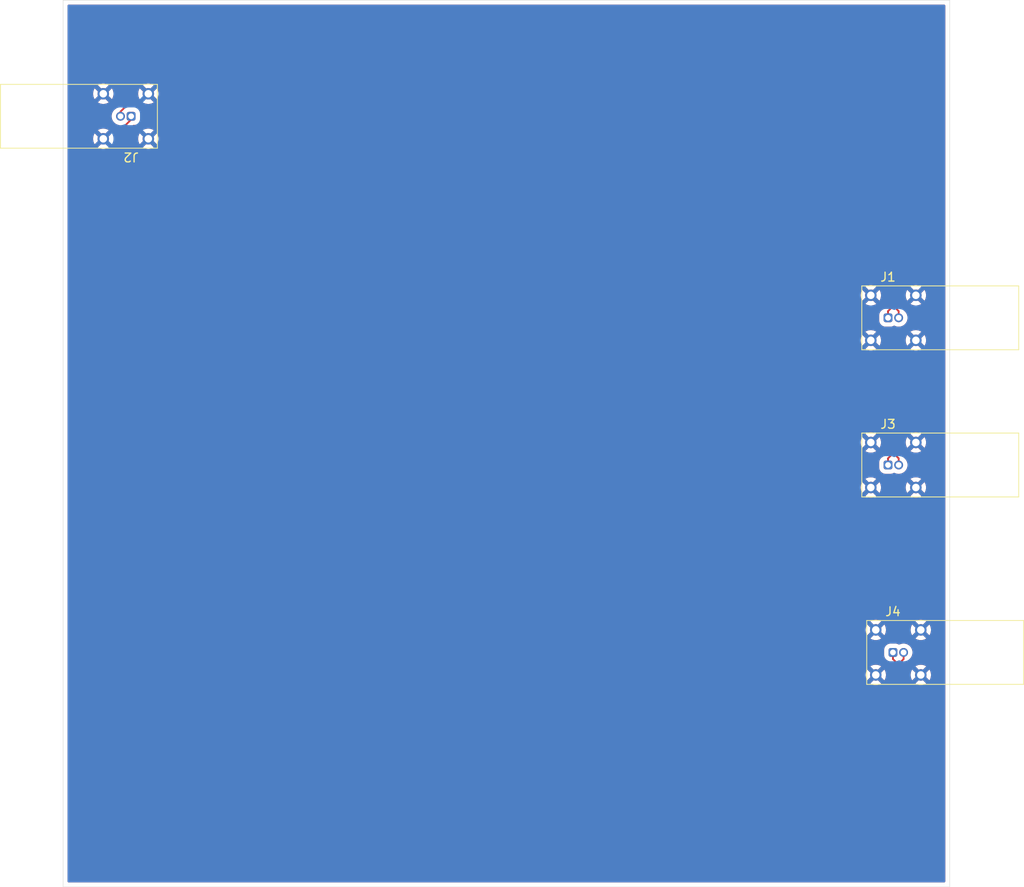
<source format=kicad_pcb>
(kicad_pcb (version 20241229) (generator "pcbnew") (generator_version "9.0")
  (layers (0 "F.Cu" signal) (2 "B.Cu" signal) (13 "F.Paste" user) (15 "B.Paste" user) (5 "F.SilkS" user "F.Silkscreen") (7 "B.SilkS" user "B.Silkscreen") (1 "F.Mask" user) (3 "B.Mask" user) (25 "Edge.Cuts" user))
  (net 0 "")
  (net 1 "GND")
  (net 2 "/lane_2_P")
  (net 3 "/lane_2_N")
  (net 4 "/lane_1_P")
  (net 5 "/lane_1_N")
  (footprint "Connector_Coaxial:LEMO-EPG.00.302.NLN" (layer "F.Cu") (at 108.04 50.82)
    (property "Reference" "J1" (at 0 -4.6 0) (layer "F.SilkS"))
    (property "Value" "Conn_Coaxial_x2")
    (fp_line (start -2.96 -3.6) (end -2.96 3.6) (stroke (width 0.1)) (layer "F.SilkS"))
    (fp_line (start -2.96 3.6) (end 14.74 3.6) (stroke (width 0.1)) (layer "F.SilkS"))
    (fp_line (start 14.74 -3.6) (end -2.96 -3.6) (stroke (width 0.1)) (layer "F.SilkS"))
    (fp_line (start 14.74 3.6) (end 14.74 -3.6) (stroke (width 0.1)) (layer "F.SilkS"))
    (pad "1" thru_hole roundrect (at 0 0) (size 1 1) (drill 0.65) (layers "*.Cu" "*.Mask") (net 2 "/lane_2_P"))
    (pad "2" thru_hole circle (at 1.2 0) (size 1 1) (drill 0.65) (layers "*.Cu" "*.Mask") (net 3 "/lane_2_N"))
    (pad "3" thru_hole circle (at -1.94 -2.54) (size 1.3 1.3) (drill 0.85) (layers "*.Cu" "*.Mask") (net 1 "GND"))
    (pad "3" thru_hole circle (at -1.94 2.54) (size 1.3 1.3) (drill 0.85) (layers "*.Cu" "*.Mask") (net 1 "GND"))
    (pad "3" thru_hole circle (at 3.14 -2.54) (size 1.3 1.3) (drill 0.85) (layers "*.Cu" "*.Mask") (net 1 "GND"))
    (pad "3" thru_hole circle (at 3.14 2.54) (size 1.3 1.3) (drill 0.85) (layers "*.Cu" "*.Mask") (net 1 "GND"))
  )
  (footprint "Connector_Coaxial:LEMO-EPG.00.302.NLN" (layer "F.Cu") (at 108.5975 88.56)
    (property "Reference" "J4" (at 0 -4.6 0) (layer "F.SilkS"))
    (property "Value" "Conn_Coaxial_x2")
    (fp_line (start -2.96 -3.6) (end -2.96 3.6) (stroke (width 0.1)) (layer "F.SilkS"))
    (fp_line (start -2.96 3.6) (end 14.74 3.6) (stroke (width 0.1)) (layer "F.SilkS"))
    (fp_line (start 14.74 -3.6) (end -2.96 -3.6) (stroke (width 0.1)) (layer "F.SilkS"))
    (fp_line (start 14.74 3.6) (end 14.74 -3.6) (stroke (width 0.1)) (layer "F.SilkS"))
    (pad "1" thru_hole roundrect (at 0 0) (size 1 1) (drill 0.65) (layers "*.Cu" "*.Mask") (net 4 "/lane_1_P"))
    (pad "2" thru_hole circle (at 1.2 0) (size 1 1) (drill 0.65) (layers "*.Cu" "*.Mask") (net 5 "/lane_1_N"))
    (pad "3" thru_hole circle (at -1.94 -2.54) (size 1.3 1.3) (drill 0.85) (layers "*.Cu" "*.Mask") (net 1 "GND"))
    (pad "3" thru_hole circle (at -1.94 2.54) (size 1.3 1.3) (drill 0.85) (layers "*.Cu" "*.Mask") (net 1 "GND"))
    (pad "3" thru_hole circle (at 3.14 -2.54) (size 1.3 1.3) (drill 0.85) (layers "*.Cu" "*.Mask") (net 1 "GND"))
    (pad "3" thru_hole circle (at 3.14 2.54) (size 1.3 1.3) (drill 0.85) (layers "*.Cu" "*.Mask") (net 1 "GND"))
  )
  (footprint "Connector_Coaxial:LEMO-EPG.00.302.NLN" (layer "F.Cu") (at 108.04 67.42)
    (property "Reference" "J3" (at 0 -4.6 0) (layer "F.SilkS"))
    (property "Value" "Conn_Coaxial_x2")
    (fp_line (start -2.96 -3.6) (end -2.96 3.6) (stroke (width 0.1)) (layer "F.SilkS"))
    (fp_line (start -2.96 3.6) (end 14.74 3.6) (stroke (width 0.1)) (layer "F.SilkS"))
    (fp_line (start 14.74 -3.6) (end -2.96 -3.6) (stroke (width 0.1)) (layer "F.SilkS"))
    (fp_line (start 14.74 3.6) (end 14.74 -3.6) (stroke (width 0.1)) (layer "F.SilkS"))
    (pad "1" thru_hole roundrect (at 0 0) (size 1 1) (drill 0.65) (layers "*.Cu" "*.Mask") (net 4 "/lane_1_P"))
    (pad "2" thru_hole circle (at 1.2 0) (size 1 1) (drill 0.65) (layers "*.Cu" "*.Mask") (net 5 "/lane_1_N"))
    (pad "3" thru_hole circle (at -1.94 -2.54) (size 1.3 1.3) (drill 0.85) (layers "*.Cu" "*.Mask") (net 1 "GND"))
    (pad "3" thru_hole circle (at -1.94 2.54) (size 1.3 1.3) (drill 0.85) (layers "*.Cu" "*.Mask") (net 1 "GND"))
    (pad "3" thru_hole circle (at 3.14 -2.54) (size 1.3 1.3) (drill 0.85) (layers "*.Cu" "*.Mask") (net 1 "GND"))
    (pad "3" thru_hole circle (at 3.14 2.54) (size 1.3 1.3) (drill 0.85) (layers "*.Cu" "*.Mask") (net 1 "GND"))
  )
  (footprint "Connector_Coaxial:LEMO-EPG.00.302.NLN" (layer "F.Cu") (at 22.6725 28.09 180)
    (property "Reference" "J2" (at 0 -4.6 180) (layer "F.SilkS"))
    (property "Value" "Conn_Coaxial_x2")
    (fp_line (start 14.74 3.6) (end 14.74 -3.6) (stroke (width 0.1)) (layer "F.SilkS"))
    (fp_line (start 14.74 -3.6) (end -2.96 -3.6) (stroke (width 0.1)) (layer "F.SilkS"))
    (fp_line (start -2.96 3.6) (end 14.74 3.6) (stroke (width 0.1)) (layer "F.SilkS"))
    (fp_line (start -2.96 -3.6) (end -2.96 3.6) (stroke (width 0.1)) (layer "F.SilkS"))
    (pad "1" thru_hole roundrect (at 0 0 180) (size 1 1) (drill 0.65) (layers "*.Cu" "*.Mask") (net 2 "/lane_2_P"))
    (pad "2" thru_hole circle (at 1.2 0 180) (size 1 1) (drill 0.65) (layers "*.Cu" "*.Mask") (net 3 "/lane_2_N"))
    (pad "3" thru_hole circle (at -1.94 -2.54 180) (size 1.3 1.3) (drill 0.85) (layers "*.Cu" "*.Mask") (net 1 "GND"))
    (pad "3" thru_hole circle (at -1.94 2.54 180) (size 1.3 1.3) (drill 0.85) (layers "*.Cu" "*.Mask") (net 1 "GND"))
    (pad "3" thru_hole circle (at 3.14 -2.54 180) (size 1.3 1.3) (drill 0.85) (layers "*.Cu" "*.Mask") (net 1 "GND"))
    (pad "3" thru_hole circle (at 3.14 2.54 180) (size 1.3 1.3) (drill 0.85) (layers "*.Cu" "*.Mask") (net 1 "GND"))
  )
  (gr_rect (start 15 15) (end 115 115) (stroke (width 0.05)) (fill no) (layer "Edge.Cuts"))
  (segment (start 47.148787 40.295452) (end 47.348787 40.295452) (width 0.2) (layer "F.Cu") (net 2))
  (segment (start 20.935 31.39879) (end 20.935 31.51879) (width 0.2) (layer "F.Cu") (net 2))
  (segment (start 21.175 32.95879) (end 21.695 32.95879) (width 0.2) (layer "F.Cu") (net 2))
  (segment (start 46.523787 39.205) (end 46.523787 39.670452) (width 0.2) (layer "F.Cu") (net 2))
  (segment (start 46.523787 38.289548) (end 46.523787 38.58) (width 0.2) (layer "F.Cu") (net 2))
  (segment (start 50.523787 38.289548) (end 50.523787 38.755) (width 0.2) (layer "F.Cu") (net 2))
  (segment (start 53.348787 39.205) (end 74.213279 39.205) (width 0.2) (layer "F.Cu") (net 2))
  (segment (start 21.695 32.35879) (end 21.175 32.35879) (width 0.2) (layer "F.Cu") (net 2))
  (segment (start 50.148787 38.114548) (end 50.348787 38.114548) (width 0.2) (layer "F.Cu") (net 2))
  (segment (start 45.973787 38.58) (end 45.973787 38.289548) (width 0.2) (layer "F.Cu") (net 2))
  (segment (start 102.403908 39.912106) (end 108.415 45.923198) (width 0.2) (layer "F.Cu") (net 2))
  (segment (start 47.973787 39.670452) (end 47.973787 39.205) (width 0.2) (layer "F.Cu") (net 2))
  (segment (start 22.6725 28.09) (end 22.6725 28.4575) (width 0.2) (layer "F.Cu") (net 2))
  (segment (start 49.973787 39.670452) (end 49.973787 39.205) (width 0.2) (layer "F.Cu") (net 2))
  (segment (start 21.695 31.15879) (end 21.175 31.15879) (width 0.2) (layer "F.Cu") (net 2))
  (segment (start 108.415 45.923198) (end 108.415 49.694999) (width 0.2) (layer "F.Cu") (net 2))
  (segment (start 50.523787 39.205) (end 50.523787 39.670449) (width 0.2) (layer "F.Cu") (net 2))
  (segment (start 108.04 50.069999) (end 108.04 50.82) (width 0.2) (layer "F.Cu") (net 2))
  (segment (start 49.973787 38.755) (end 49.973787 38.289548) (width 0.2) (layer "F.Cu") (net 2))
  (segment (start 21.935 34.063198) (end 22.337023 34.465221) (width 0.2) (layer "F.Cu") (net 2))
  (segment (start 51.973787 39.205) (end 51.973787 38.58) (width 0.2) (layer "F.Cu") (net 2))
  (segment (start 48.148787 38.114548) (end 48.348787 38.114548) (width 0.2) (layer "F.Cu") (net 2))
  (segment (start 52.523787 38.289548) (end 52.523787 38.58) (width 0.2) (layer "F.Cu") (net 2))
  (segment (start 21.935 31.99879) (end 21.935 32.11879) (width 0.2) (layer "F.Cu") (net 2))
  (segment (start 50.523787 38.755) (end 50.523787 39.205) (width 0.2) (layer "F.Cu") (net 2))
  (segment (start 21.935 33.19879) (end 21.935 33.31879) (width 0.2) (layer "F.Cu") (net 2))
  (segment (start 48.523787 39.205) (end 48.523787 39.670452) (width 0.2) (layer "F.Cu") (net 2))
  (segment (start 21.695 29.95879) (end 21.175 29.95879) (width 0.2) (layer "F.Cu") (net 2))
  (segment (start 100.696802 39.205) (end 74.213279 39.205) (width 0.2) (layer "F.Cu") (net 2))
  (segment (start 52.148787 38.114548) (end 52.348787 38.114548) (width 0.2) (layer "F.Cu") (net 2))
  (segment (start 47.973787 38.755) (end 47.973787 38.289548) (width 0.2) (layer "F.Cu") (net 2))
  (segment (start 46.523787 38.58) (end 46.523787 39.205) (width 0.2) (layer "F.Cu") (net 2))
  (segment (start 48.523787 38.289548) (end 48.523787 38.755) (width 0.2) (layer "F.Cu") (net 2))
  (segment (start 51.148787 40.295449) (end 51.348787 40.295449) (width 0.2) (layer "F.Cu") (net 2))
  (segment (start 49.973787 39.205) (end 49.973787 38.755) (width 0.2) (layer "F.Cu") (net 2))
  (segment (start 51.973787 39.670449) (end 51.973787 39.205) (width 0.2) (layer "F.Cu") (net 2))
  (segment (start 20.935 32.59879) (end 20.935 32.71879) (width 0.2) (layer "F.Cu") (net 2))
  (segment (start 48.523787 38.755) (end 48.523787 39.205) (width 0.2) (layer "F.Cu") (net 2))
  (segment (start 49.148787 40.295452) (end 49.348787 40.295452) (width 0.2) (layer "F.Cu") (net 2))
  (segment (start 46.148787 38.114548) (end 46.348787 38.114548) (width 0.2) (layer "F.Cu") (net 2))
  (segment (start 20.935 30.19879) (end 20.935 30.31879) (width 0.2) (layer "F.Cu") (net 2))
  (segment (start 53.148787 39.205) (end 53.348787 39.205) (width 0.2) (layer "F.Cu") (net 2))
  (segment (start 22.6725 28.4575) (end 21.935 29.195) (width 0.2) (layer "F.Cu") (net 2))
  (segment (start 21.175 31.75879) (end 21.695 31.75879) (width 0.2) (layer "F.Cu") (net 2))
  (segment (start 22.337023 34.465221) (end 27.076802 39.205) (width 0.2) (layer "F.Cu") (net 2))
  (segment (start 51.973787 38.58) (end 51.973787 38.289548) (width 0.2) (layer "F.Cu") (net 2))
  (segment (start 21.175 30.55879) (end 21.695 30.55879) (width 0.2) (layer "F.Cu") (net 2))
  (segment (start 108.415 49.694999) (end 108.04 50.069999) (width 0.2) (layer "F.Cu") (net 2))
  (segment (start 21.935 30.79879) (end 21.935 30.91879) (width 0.2) (layer "F.Cu") (net 2))
  (segment (start 21.935 29.195) (end 21.935 29.71879) (width 0.2) (layer "F.Cu") (net 2))
  (segment (start 21.935 33.31879) (end 21.935 34.063198) (width 0.2) (layer "F.Cu") (net 2))
  (segment (start 47.973787 39.205) (end 47.973787 38.755) (width 0.2) (layer "F.Cu") (net 2))
  (segment (start 27.076802 39.205) (end 45.348787 39.205) (width 0.2) (layer "F.Cu") (net 2))
  (arc (start 48.348787 38.114548) (mid 48.472531 38.165804) (end 48.523787 38.289548) (width 0.2) (layer "F.Cu") (net 2))
  (arc (start 51.348787 40.295449) (mid 51.790729 40.112391) (end 51.973787 39.670449) (width 0.2) (layer "F.Cu") (net 2))
  (arc (start 21.695 32.95879) (mid 21.864706 33.029084) (end 21.935 33.19879) (width 0.2) (layer "F.Cu") (net 2))
  (arc (start 21.175 29.95879) (mid 21.005294 30.029084) (end 20.935 30.19879) (width 0.2) (layer "F.Cu") (net 2))
  (arc (start 21.175 31.15879) (mid 21.005294 31.229084) (end 20.935 31.39879) (width 0.2) (layer "F.Cu") (net 2))
  (arc (start 50.348787 38.114548) (mid 50.472531 38.165804) (end 50.523787 38.289548) (width 0.2) (layer "F.Cu") (net 2))
  (arc (start 21.935 29.71879) (mid 21.864706 29.888496) (end 21.695 29.95879) (width 0.2) (layer "F.Cu") (net 2))
  (arc (start 51.973787 38.289548) (mid 52.025043 38.165804) (end 52.148787 38.114548) (width 0.2) (layer "F.Cu") (net 2))
  (arc (start 21.935 30.91879) (mid 21.864706 31.088496) (end 21.695 31.15879) (width 0.2) (layer "F.Cu") (net 2))
  (arc (start 49.348787 40.295452) (mid 49.790729 40.112394) (end 49.973787 39.670452) (width 0.2) (layer "F.Cu") (net 2))
  (arc (start 21.175 32.35879) (mid 21.005294 32.429084) (end 20.935 32.59879) (width 0.2) (layer "F.Cu") (net 2))
  (arc (start 45.973787 38.289548) (mid 46.025043 38.165804) (end 46.148787 38.114548) (width 0.2) (layer "F.Cu") (net 2))
  (arc (start 45.348787 39.205) (mid 45.790729 39.021942) (end 45.973787 38.58) (width 0.2) (layer "F.Cu") (net 2))
  (arc (start 20.935 30.31879) (mid 21.005294 30.488496) (end 21.175 30.55879) (width 0.2) (layer "F.Cu") (net 2))
  (arc (start 46.523787 39.670452) (mid 46.706845 40.112394) (end 47.148787 40.295452) (width 0.2) (layer "F.Cu") (net 2))
  (arc (start 50.523787 39.670449) (mid 50.706845 40.112391) (end 51.148787 40.295449) (width 0.2) (layer "F.Cu") (net 2))
  (arc (start 100.696802 39.205) (mid 101.62068 39.38877) (end 102.403907 39.912106) (width 0.2) (layer "F.Cu") (net 2))
  (arc (start 48.523787 39.670452) (mid 48.706845 40.112394) (end 49.148787 40.295452) (width 0.2) (layer "F.Cu") (net 2))
  (arc (start 21.695 31.75879) (mid 21.864706 31.829084) (end 21.935 31.99879) (width 0.2) (layer "F.Cu") (net 2))
  (arc (start 52.523787 38.58) (mid 52.706845 39.021942) (end 53.148787 39.205) (width 0.2) (layer "F.Cu") (net 2))
  (arc (start 20.935 31.51879) (mid 21.005294 31.688496) (end 21.175 31.75879) (width 0.2) (layer "F.Cu") (net 2))
  (arc (start 49.973787 38.289548) (mid 50.025043 38.165804) (end 50.148787 38.114548) (width 0.2) (layer "F.Cu") (net 2))
  (arc (start 47.973787 38.289548) (mid 48.025043 38.165804) (end 48.148787 38.114548) (width 0.2) (layer "F.Cu") (net 2))
  (arc (start 46.348787 38.114548) (mid 46.472531 38.165804) (end 46.523787 38.289548) (width 0.2) (layer "F.Cu") (net 2))
  (arc (start 20.935 32.71879) (mid 21.005294 32.888496) (end 21.175 32.95879) (width 0.2) (layer "F.Cu") (net 2))
  (arc (start 21.695 30.55879) (mid 21.864706 30.629084) (end 21.935 30.79879) (width 0.2) (layer "F.Cu") (net 2))
  (arc (start 52.348787 38.114548) (mid 52.472531 38.165804) (end 52.523787 38.289548) (width 0.2) (layer "F.Cu") (net 2))
  (arc (start 47.348787 40.295452) (mid 47.790729 40.112394) (end 47.973787 39.670452) (width 0.2) (layer "F.Cu") (net 2))
  (arc (start 21.935 32.11879) (mid 21.864706 32.288496) (end 21.695 32.35879) (width 0.2) (layer "F.Cu") (net 2))
  (segment (start 50.973787 38.755) (end 50.973787 39.205) (width 0.2) (layer "F.Cu") (net 3))
  (segment (start 50.973787 38.289548) (end 50.973787 38.755) (width 0.2) (layer "F.Cu") (net 3))
  (segment (start 23.19 26.8) (end 23.9 27.51) (width 0.2) (layer "F.Cu") (net 3))
  (segment (start 22.95 29.16) (end 22.385 29.725) (width 0.2) (layer "F.Cu") (net 3))
  (segment (start 51.148787 39.845449) (end 51.348787 39.845449) (width 0.2) (layer "F.Cu") (net 3))
  (segment (start 48.973787 38.755) (end 48.973787 39.205) (width 0.2) (layer "F.Cu") (net 3))
  (segment (start 100.883198 38.755) (end 74.213279 38.755) (width 0.2) (layer "F.Cu") (net 3))
  (segment (start 49.523787 38.755) (end 49.523787 38.289548) (width 0.2) (layer "F.Cu") (net 3))
  (segment (start 45.523787 38.58) (end 45.523787 38.289548) (width 0.2) (layer "F.Cu") (net 3))
  (segment (start 52.148787 37.664548) (end 52.348787 37.664548) (width 0.2) (layer "F.Cu") (net 3))
  (segment (start 108.865 49.694999) (end 109.24 50.069999) (width 0.2) (layer "F.Cu") (net 3))
  (segment (start 47.523787 39.205) (end 47.523787 38.755) (width 0.2) (layer "F.Cu") (net 3))
  (segment (start 50.973787 39.205) (end 50.973787 39.670449) (width 0.2) (layer "F.Cu") (net 3))
  (segment (start 51.523787 39.670449) (end 51.523787 39.205) (width 0.2) (layer "F.Cu") (net 3))
  (segment (start 46.973787 38.289548) (end 46.973787 38.58) (width 0.2) (layer "F.Cu") (net 3))
  (segment (start 48.973787 39.205) (end 48.973787 39.670452) (width 0.2) (layer "F.Cu") (net 3))
  (segment (start 49.523787 39.670452) (end 49.523787 39.205) (width 0.2) (layer "F.Cu") (net 3))
  (segment (start 21.4725 27.5675) (end 22.24 26.8) (width 0.2) (layer "F.Cu") (net 3))
  (segment (start 22.24 26.8) (end 23.19 26.8) (width 0.2) (layer "F.Cu") (net 3))
  (segment (start 46.973787 39.205) (end 46.973787 39.670452) (width 0.2) (layer "F.Cu") (net 3))
  (segment (start 50.148787 37.664548) (end 50.348787 37.664548) (width 0.2) (layer "F.Cu") (net 3))
  (segment (start 47.148787 39.845452) (end 47.348787 39.845452) (width 0.2) (layer "F.Cu") (net 3))
  (segment (start 22.385 29.725) (end 22.385 33.876802) (width 0.2) (layer "F.Cu") (net 3))
  (segment (start 51.523787 39.205) (end 51.523787 38.58) (width 0.2) (layer "F.Cu") (net 3))
  (segment (start 53.348787 38.755) (end 74.213279 38.755) (width 0.2) (layer "F.Cu") (net 3))
  (segment (start 48.973787 38.289548) (end 48.973787 38.755) (width 0.2) (layer "F.Cu") (net 3))
  (segment (start 46.148787 37.664548) (end 46.348787 37.664548) (width 0.2) (layer "F.Cu") (net 3))
  (segment (start 46.973787 38.58) (end 46.973787 39.205) (width 0.2) (layer "F.Cu") (net 3))
  (segment (start 53.148787 38.755) (end 53.348787 38.755) (width 0.2) (layer "F.Cu") (net 3))
  (segment (start 27.263198 38.755) (end 45.348787 38.755) (width 0.2) (layer "F.Cu") (net 3))
  (segment (start 48.148787 37.664548) (end 48.348787 37.664548) (width 0.2) (layer "F.Cu") (net 3))
  (segment (start 47.523787 38.755) (end 47.523787 38.289548) (width 0.2) (layer "F.Cu") (net 3))
  (segment (start 23.9 27.51) (end 23.9 28.71) (width 0.2) (layer "F.Cu") (net 3))
  (segment (start 47.523787 39.670452) (end 47.523787 39.205) (width 0.2) (layer "F.Cu") (net 3))
  (segment (start 108.865 45.736802) (end 108.865 49.694999) (width 0.2) (layer "F.Cu") (net 3))
  (segment (start 23.45 29.16) (end 22.95 29.16) (width 0.2) (layer "F.Cu") (net 3))
  (segment (start 49.148787 39.845452) (end 49.348787 39.845452) (width 0.2) (layer "F.Cu") (net 3))
  (segment (start 102.590304 39.462106) (end 108.865 45.736802) (width 0.2) (layer "F.Cu") (net 3))
  (segment (start 23.9 28.71) (end 23.45 29.16) (width 0.2) (layer "F.Cu") (net 3))
  (segment (start 22.385 33.876802) (end 27.263198 38.755) (width 0.2) (layer "F.Cu") (net 3))
  (segment (start 52.973787 38.289548) (end 52.973787 38.58) (width 0.2) (layer "F.Cu") (net 3))
  (segment (start 21.4725 28.09) (end 21.4725 27.5675) (width 0.2) (layer "F.Cu") (net 3))
  (segment (start 109.24 50.069999) (end 109.24 50.82) (width 0.2) (layer "F.Cu") (net 3))
  (segment (start 51.523787 38.58) (end 51.523787 38.289548) (width 0.2) (layer "F.Cu") (net 3))
  (segment (start 49.523787 39.205) (end 49.523787 38.755) (width 0.2) (layer "F.Cu") (net 3))
  (arc (start 49.523787 38.289548) (mid 49.706845 37.847606) (end 50.148787 37.664548) (width 0.2) (layer "F.Cu") (net 3))
  (arc (start 47.348787 39.845452) (mid 47.472531 39.794196) (end 47.523787 39.670452) (width 0.2) (layer "F.Cu") (net 3))
  (arc (start 45.348787 38.755) (mid 45.472531 38.703744) (end 45.523787 38.58) (width 0.2) (layer "F.Cu") (net 3))
  (arc (start 46.973787 39.670452) (mid 47.025043 39.794196) (end 47.148787 39.845452) (width 0.2) (layer "F.Cu") (net 3))
  (arc (start 49.348787 39.845452) (mid 49.472531 39.794196) (end 49.523787 39.670452) (width 0.2) (layer "F.Cu") (net 3))
  (arc (start 50.973787 39.670449) (mid 51.025043 39.794193) (end 51.148787 39.845449) (width 0.2) (layer "F.Cu") (net 3))
  (arc (start 48.973787 39.670452) (mid 49.025043 39.794196) (end 49.148787 39.845452) (width 0.2) (layer "F.Cu") (net 3))
  (arc (start 47.523787 38.289548) (mid 47.706845 37.847606) (end 48.148787 37.664548) (width 0.2) (layer "F.Cu") (net 3))
  (arc (start 51.348787 39.845449) (mid 51.472531 39.794193) (end 51.523787 39.670449) (width 0.2) (layer "F.Cu") (net 3))
  (arc (start 102.590304 39.462106) (mid 101.807077 38.93877) (end 100.883198 38.754999) (width 0.2) (layer "F.Cu") (net 3))
  (arc (start 45.523787 38.289548) (mid 45.706845 37.847606) (end 46.148787 37.664548) (width 0.2) (layer "F.Cu") (net 3))
  (arc (start 48.348787 37.664548) (mid 48.790729 37.847606) (end 48.973787 38.289548) (width 0.2) (layer "F.Cu") (net 3))
  (arc (start 52.973787 38.58) (mid 53.025043 38.703744) (end 53.148787 38.755) (width 0.2) (layer "F.Cu") (net 3))
  (arc (start 50.348787 37.664548) (mid 50.790729 37.847606) (end 50.973787 38.289548) (width 0.2) (layer "F.Cu") (net 3))
  (arc (start 52.348787 37.664548) (mid 52.790729 37.847606) (end 52.973787 38.289548) (width 0.2) (layer "F.Cu") (net 3))
  (arc (start 46.348787 37.664548) (mid 46.790729 37.847606) (end 46.973787 38.289548) (width 0.2) (layer "F.Cu") (net 3))
  (arc (start 51.523787 38.289548) (mid 51.706845 37.847606) (end 52.148787 37.664548) (width 0.2) (layer "F.Cu") (net 3))
  (segment (start 82.263758 82.418681) (end 82.263758 81.629923) (width 0.2) (layer "F.Cu") (net 4))
  (segment (start 84.686242 80.418681) (end 84.686242 79.629923) (width 0.2) (layer "F.Cu") (net 4))
  (segment (start 100.252427 97.75455) (end 100.252427 97.375) (width 0.2) (layer "F.Cu") (net 4))
  (segment (start 88.515699 90.964504) (end 87.957982 90.406787) (width 0.2) (layer "F.Cu") (net 4))
  (segment (start 90.91588 95.39588) (end 91.074979 95.236781) (width 0.2) (layer "F.Cu") (net 4))
  (segment (start 88.246549 92.408351) (end 88.515699 92.1392) (width 0.2) (layer "F.Cu") (net 4))
  (segment (start 82.645472 85.249302) (end 83.025 85.249302) (width 0.2) (layer "F.Cu") (net 4))
  (segment (start 86.355035 90.835036) (end 86.355036 90.835036) (width 0.2) (layer "F.Cu") (net 4))
  (segment (start 107.500595 94.395459) (end 107.415742 94.480311) (width 0.2) (layer "F.Cu") (net 4))
  (segment (start 97.802427 96.925) (end 97.802427 97.529576) (width 0.2) (layer "F.Cu") (net 4))
  (segment (start 82.644379 77.249302) (end 83.025 77.249302) (width 0.2) (layer "F.Cu") (net 4))
  (segment (start 89.611692 93.23524) (end 89.342565 93.504366) (width 0.2) (layer "F.Cu") (net 4))
  (segment (start 85.39079 91.262518) (end 84.831539 90.703267) (width 0.2) (layer "F.Cu") (net 4))
  (segment (start 108.9725 89.685001) (end 108.9725 92.719575) (width 0.2) (layer "F.Cu") (net 4))
  (segment (start 83.855621 82.799302) (end 83.475 82.799302) (width 0.2) (layer "F.Cu") (net 4))
  (segment (start 83.025 81.249302) (end 83.475 81.249302) (width 0.2) (layer "F.Cu") (net 4))
  (segment (start 92.763198 96.925) (end 92.763197 96.924998) (width 0.2) (layer "F.Cu") (net 4))
  (segment (start 84.686242 84.418681) (end 84.686242 83.629923) (width 0.2) (layer "F.Cu") (net 4))
  (segment (start 91.344106 93.793004) (end 90.786342 93.23524) (width 0.2) (layer "F.Cu") (net 4))
  (segment (start 87.928348 92.726547) (end 88.087447 92.567448) (width 0.2) (layer "F.Cu") (net 4))
  (segment (start 100.252427 97.375) (end 100.252427 96.925) (width 0.2) (layer "F.Cu") (net 4))
  (segment (start 99.421806 95.713758) (end 98.633048 95.713758) (width 0.2) (layer "F.Cu") (net 4))
  (segment (start 108.020938 93.199575) (end 108.020938 93.319575) (width 0.2) (layer "F.Cu") (net 4))
  (segment (start 86.086653 91.103418) (end 85.927554 91.262517) (width 0.2) (layer "F.Cu") (net 4))
  (segment (start 89.183466 93.663466) (end 89.024366 93.822565) (width 0.2) (layer "F.Cu") (net 4))
  (segment (start 86.694891 61.323307) (end 87.303198 60.715) (width 0.2) (layer "F.Cu") (net 4))
  (segment (start 105.540441 96.925) (end 102.639927 96.925) (width 0.2) (layer "F.Cu") (net 4))
  (segment (start 83.475 78.799302) (end 83.025 78.799302) (width 0.2) (layer "F.Cu") (net 4))
  (segment (start 107.749203 95.492595) (end 107.664351 95.577449) (width 0.2) (layer "F.Cu") (net 4))
  (segment (start 84.831539 88.993341) (end 84.27791 88.439712) (width 0.2) (layer "F.Cu") (net 4))
  (segment (start 91.053369 96.924998) (end 90.488421 96.36005) (width 0.2) (layer "F.Cu") (net 4))
  (segment (start 83.475 64.543198) (end 86.694891 61.323307) (width 0.2) (layer "F.Cu") (net 4))
  (segment (start 91.074979 95.236781) (end 91.344106 94.967654) (width 0.2) (layer "F.Cu") (net 4))
  (segment (start 82.644379 81.249302) (end 83.025 81.249302) (width 0.2) (layer "F.Cu") (net 4))
  (segment (start 106.996802 60.715) (end 108.415 62.133198) (width 0.2) (layer "F.Cu") (net 4))
  (segment (start 84.684048 76.419778) (end 84.684048 75.628826) (width 0.2) (layer "F.Cu") (net 4))
  (segment (start 83.025 85.249302) (end 83.475 85.249302) (width 0.2) (layer "F.Cu") (net 4))
  (segment (start 86.514134 90.675937) (end 86.355035 90.835036) (width 0.2) (layer "F.Cu") (net 4))
  (segment (start 107.664351 95.577449) (end 106.316802 96.925) (width 0.2) (layer "F.Cu") (net 4))
  (segment (start 108.04 66.669999) (end 108.04 67.42) (width 0.2) (layer "F.Cu") (net 4))
  (segment (start 87.659235 92.995663) (end 87.928348 92.726547) (width 0.2) (layer "F.Cu") (net 4))
  (segment (start 83.629524 77.249302) (end 83.854524 77.249302) (width 0.2) (layer "F.Cu") (net 4))
  (segment (start 108.173468 94.728921) (end 107.840006 94.395459) (width 0.2) (layer "F.Cu") (net 4))
  (segment (start 86.355036 90.835036) (end 86.086653 91.103418) (width 0.2) (layer "F.Cu") (net 4))
  (segment (start 97.802427 96.544379) (end 97.802427 96.925) (width 0.2) (layer "F.Cu") (net 4))
  (segment (start 97.802427 97.529576) (end 97.802427 97.754576) (width 0.2) (layer "F.Cu") (net 4))
  (segment (start 108.415 62.133198) (end 108.415 66.294999) (width 0.2) (layer "F.Cu") (net 4))
  (segment (start 108.415 66.294999) (end 108.04 66.669999) (width 0.2) (layer "F.Cu") (net 4))
  (segment (start 95.422851 96.925) (end 94.639927 96.925) (width 0.2) (layer "F.Cu") (net 4))
  (segment (start 94.639927 96.925) (end 92.763198 96.925) (width 0.2) (layer "F.Cu") (net 4))
  (segment (start 106.316802 96.925) (end 105.540441 96.925) (width 0.2) (layer "F.Cu") (net 4))
  (segment (start 82.265944 86.427746) (end 82.265944 85.62883) (width 0.2) (layer "F.Cu") (net 4))
  (segment (start 97.422851 98.134152) (end 96.632003 98.134152) (width 0.2) (layer "F.Cu") (net 4))
  (segment (start 108.7325 92.959575) (end 108.260938 92.959575) (width 0.2) (layer "F.Cu") (net 4))
  (segment (start 83.475 73.636802) (end 83.475 64.543198) (width 0.2) (layer "F.Cu") (net 4))
  (segment (start 87.303198 60.715) (end 106.996802 60.715) (width 0.2) (layer "F.Cu") (net 4))
  (segment (start 86.783285 90.406787) (end 86.514134 90.675937) (width 0.2) (layer "F.Cu") (net 4))
  (segment (start 101.430827 98.1341) (end 100.631977 98.1341) (width 0.2) (layer "F.Cu") (net 4))
  (segment (start 100.252427 96.925) (end 100.252427 96.544379) (width 0.2) (layer "F.Cu") (net 4))
  (segment (start 83.475 81.249302) (end 83.855621 81.249302) (width 0.2) (layer "F.Cu") (net 4))
  (segment (start 88.087447 92.567448) (end 88.08745 92.56745) (width 0.2) (layer "F.Cu") (net 4))
  (segment (start 108.5975 88.56) (end 108.5975 89.310001) (width 0.2) (layer "F.Cu") (net 4))
  (segment (start 90.488422 95.823336) (end 90.756778 95.554977) (width 0.2) (layer "F.Cu") (net 4))
  (segment (start 83.475 74.419778) (end 83.475 73.636802) (width 0.2) (layer "F.Cu") (net 4))
  (segment (start 88.217024 94.09168) (end 87.659235 93.533891) (width 0.2) (layer "F.Cu") (net 4))
  (segment (start 83.025 77.249302) (end 83.629524 77.249302) (width 0.2) (layer "F.Cu") (net 4))
  (segment (start 107.415742 94.819723) (end 107.749203 95.153184) (width 0.2) (layer "F.Cu") (net 4))
  (segment (start 89.342565 93.504366) (end 89.183466 93.663466) (width 0.2) (layer "F.Cu") (net 4))
  (segment (start 82.263758 78.418681) (end 82.263758 77.629923) (width 0.2) (layer "F.Cu") (net 4))
  (segment (start 88.08745 92.56745) (end 88.246549 92.408351) (width 0.2) (layer "F.Cu") (net 4))
  (segment (start 83.475 85.249302) (end 83.855621 85.249302) (width 0.2) (layer "F.Cu") (net 4))
  (segment (start 83.475 82.799302) (end 83.025 82.799302) (width 0.2) (layer "F.Cu") (net 4))
  (segment (start 90.915877 95.395878) (end 90.91588 95.39588) (width 0.2) (layer "F.Cu") (net 4))
  (segment (start 83.025 82.799302) (end 82.644379 82.799302) (width 0.2) (layer "F.Cu") (net 4))
  (segment (start 108.9725 93.799575) (end 108.9725 93.919575) (width 0.2) (layer "F.Cu") (net 4))
  (segment (start 108.9725 94.269302) (end 108.51288 94.728921) (width 0.2) (layer "F.Cu") (net 4))
  (segment (start 108.9725 93.919575) (end 108.9725 94.269302) (width 0.2) (layer "F.Cu") (net 4))
  (segment (start 83.855621 78.799302) (end 83.475 78.799302) (width 0.2) (layer "F.Cu") (net 4))
  (segment (start 90.756778 95.554977) (end 90.915877 95.395878) (width 0.2) (layer "F.Cu") (net 4))
  (segment (start 89.024366 93.822565) (end 88.755252 94.091679) (width 0.2) (layer "F.Cu") (net 4))
  (segment (start 83.025 78.799302) (end 82.644379 78.799302) (width 0.2) (layer "F.Cu") (net 4))
  (segment (start 108.5975 89.310001) (end 108.9725 89.685001) (width 0.2) (layer "F.Cu") (net 4))
  (segment (start 108.260938 93.559575) (end 108.7325 93.559575) (width 0.2) (layer "F.Cu") (net 4))
  (segment (start 84.27791 88.439712) (end 83.475 87.636802) (width 0.2) (layer "F.Cu") (net 4))
  (arc (start 90.488421 96.36005) (mid 90.377264 96.091694) (end 90.488422 95.823336) (width 0.2) (layer "F.Cu") (net 4))
  (arc (start 91.590085 96.924998) (mid 91.321727 97.036156) (end 91.053369 96.924998) (width 0.2) (layer "F.Cu") (net 4))
  (arc (start 97.802427 97.754576) (mid 97.691252 98.022977) (end 97.422851 98.134152) (width 0.2) (layer "F.Cu") (net 4))
  (arc (start 83.854524 77.249302) (mid 84.441086 77.00634) (end 84.684048 76.419778) (width 0.2) (layer "F.Cu") (net 4))
  (arc (start 108.7325 93.559575) (mid 108.902206 93.629869) (end 108.9725 93.799575) (width 0.2) (layer "F.Cu") (net 4))
  (arc (start 102.639927 96.925) (mid 102.053347 97.16797) (end 101.810377 97.75455) (width 0.2) (layer "F.Cu") (net 4))
  (arc (start 84.686242 83.629923) (mid 84.442959 83.042585) (end 83.855621 82.799302) (width 0.2) (layer "F.Cu") (net 4))
  (arc (start 82.265944 85.62883) (mid 82.377105 85.360463) (end 82.645472 85.249302) (width 0.2) (layer "F.Cu") (net 4))
  (arc (start 84.831539 90.703267) (mid 84.720371 90.434885) (end 84.831538 90.166501) (width 0.2) (layer "F.Cu") (net 4))
  (arc (start 84.686242 79.629923) (mid 84.442959 79.042585) (end 83.855621 78.799302) (width 0.2) (layer "F.Cu") (net 4))
  (arc (start 108.51288 94.728921) (mid 108.343174 94.799216) (end 108.173468 94.728921) (width 0.2) (layer "F.Cu") (net 4))
  (arc (start 107.749203 95.153184) (mid 107.819497 95.32289) (end 107.749203 95.492595) (width 0.2) (layer "F.Cu") (net 4))
  (arc (start 82.644379 78.799302) (mid 82.375239 78.687821) (end 82.263758 78.418681) (width 0.2) (layer "F.Cu") (net 4))
  (arc (start 84.831538 90.166501) (mid 85.074509 89.579921) (end 84.831539 88.993341) (width 0.2) (layer "F.Cu") (net 4))
  (arc (start 82.263758 81.629923) (mid 82.375239 81.360783) (end 82.644379 81.249302) (width 0.2) (layer "F.Cu") (net 4))
  (arc (start 90.786342 93.23524) (mid 90.199017 92.991962) (end 89.611692 93.23524) (width 0.2) (layer "F.Cu") (net 4))
  (arc (start 92.763197 96.924998) (mid 92.176642 96.68204) (end 91.590085 96.924998) (width 0.2) (layer "F.Cu") (net 4))
  (arc (start 84.684048 75.628826) (mid 84.441086 75.042264) (end 83.854524 74.799302) (width 0.2) (layer "F.Cu") (net 4))
  (arc (start 82.644379 82.799302) (mid 82.375239 82.687821) (end 82.263758 82.418681) (width 0.2) (layer "F.Cu") (net 4))
  (arc (start 98.633048 95.713758) (mid 98.04571 95.957041) (end 97.802427 96.544379) (width 0.2) (layer "F.Cu") (net 4))
  (arc (start 107.840006 94.395459) (mid 107.670301 94.325164) (end 107.500595 94.395459) (width 0.2) (layer "F.Cu") (net 4))
  (arc (start 107.415742 94.480311) (mid 107.345447 94.650017) (end 107.415742 94.819723) (width 0.2) (layer "F.Cu") (net 4))
  (arc (start 82.645472 86.807274) (mid 82.377105 86.696113) (end 82.265944 86.427746) (width 0.2) (layer "F.Cu") (net 4))
  (arc (start 82.263758 77.629923) (mid 82.375239 77.360783) (end 82.644379 77.249302) (width 0.2) (layer "F.Cu") (net 4))
  (arc (start 108.9725 92.719575) (mid 108.902206 92.889281) (end 108.7325 92.959575) (width 0.2) (layer "F.Cu") (net 4))
  (arc (start 91.344106 94.967654) (mid 91.587384 94.380329) (end 91.344106 93.793004) (width 0.2) (layer "F.Cu") (net 4))
  (arc (start 96.252427 97.754576) (mid 96.00945 97.167977) (end 95.422851 96.925) (width 0.2) (layer "F.Cu") (net 4))
  (arc (start 101.810377 97.75455) (mid 101.699209 98.022932) (end 101.430827 98.1341) (width 0.2) (layer "F.Cu") (net 4))
  (arc (start 100.631977 98.1341) (mid 100.363595 98.022932) (end 100.252427 97.75455) (width 0.2) (layer "F.Cu") (net 4))
  (arc (start 96.632003 98.134152) (mid 96.363602 98.022977) (end 96.252427 97.754576) (width 0.2) (layer "F.Cu") (net 4))
  (arc (start 87.957982 90.406787) (mid 87.370634 90.163499) (end 86.783285 90.406787) (width 0.2) (layer "F.Cu") (net 4))
  (arc (start 83.854524 74.799302) (mid 83.58616 74.688142) (end 83.475 74.419778) (width 0.2) (layer "F.Cu") (net 4))
  (arc (start 83.475 87.636802) (mid 83.232037 87.050237) (end 82.645472 86.807274) (width 0.2) (layer "F.Cu") (net 4))
  (arc (start 83.855621 85.249302) (mid 84.442959 85.006019) (end 84.686242 84.418681) (width 0.2) (layer "F.Cu") (net 4))
  (arc (start 108.020938 93.319575) (mid 108.091232 93.489281) (end 108.260938 93.559575) (width 0.2) (layer "F.Cu") (net 4))
  (arc (start 100.252427 96.544379) (mid 100.009144 95.957041) (end 99.421806 95.713758) (width 0.2) (layer "F.Cu") (net 4))
  (arc (start 88.755252 94.091679) (mid 88.486137 94.20315) (end 88.217024 94.09168) (width 0.2) (layer "F.Cu") (net 4))
  (arc (start 85.927554 91.262517) (mid 85.659172 91.373686) (end 85.39079 91.262518) (width 0.2) (layer "F.Cu") (net 4))
  (arc (start 87.659235 93.533891) (mid 87.547763 93.264776) (end 87.659235 92.995663) (width 0.2) (layer "F.Cu") (net 4))
  (arc (start 83.855621 81.249302) (mid 84.442959 81.006019) (end 84.686242 80.418681) (width 0.2) (layer "F.Cu") (net 4))
  (arc (start 108.260938 92.959575) (mid 108.091232 93.029869) (end 108.020938 93.199575) (width 0.2) (layer "F.Cu") (net 4))
  (arc (start 88.515699 92.1392) (mid 88.758987 91.551852) (end 88.515699 90.964504) (width 0.2) (layer "F.Cu") (net 4))
  (segment (start 83.475 84.799302) (end 83.855621 84.799302) (width 0.2) (layer "F.Cu") (net 5))
  (segment (start 86.673234 91.153234) (end 86.673235 91.153235) (width 0.2) (layer "F.Cu") (net 5))
  (segment (start 83.475 79.249302) (end 83.025 79.249302) (width 0.2) (layer "F.Cu") (net 5))
  (segment (start 108.865 66.294999) (end 109.24 66.669999) (width 0.2) (layer "F.Cu") (net 5))
  (segment (start 90.170223 95.505138) (end 90.438581 95.236781) (width 0.2) (layer "F.Cu") (net 5))
  (segment (start 83.629524 76.799302) (end 83.854524 76.799302) (width 0.2) (layer "F.Cu") (net 5))
  (segment (start 109.4225 94.455698) (end 106.503198 97.375) (width 0.2) (layer "F.Cu") (net 5))
  (segment (start 97.422851 98.584152) (end 96.632003 98.584152) (width 0.2) (layer "F.Cu") (net 5))
  (segment (start 94.639927 97.375) (end 92.576802 97.375) (width 0.2) (layer "F.Cu") (net 5))
  (segment (start 81.815944 86.427746) (end 81.815944 85.62883) (width 0.2) (layer "F.Cu") (net 5))
  (segment (start 86.404853 91.421618) (end 86.245754 91.580717) (width 0.2) (layer "F.Cu") (net 5))
  (segment (start 99.802427 96.925) (end 99.802427 96.544379) (width 0.2) (layer "F.Cu") (net 5))
  (segment (start 84.513341 89.311539) (end 83.959712 88.75791) (width 0.2) (layer "F.Cu") (net 5))
  (segment (start 82.644379 76.799302) (end 83.025 76.799302) (width 0.2) (layer "F.Cu") (net 5))
  (segment (start 86.832333 90.994135) (end 86.673234 91.153234) (width 0.2) (layer "F.Cu") (net 5))
  (segment (start 84.234048 76.419778) (end 84.234048 75.628826) (width 0.2) (layer "F.Cu") (net 5))
  (segment (start 81.813758 82.418681) (end 81.813758 81.629923) (width 0.2) (layer "F.Cu") (net 5))
  (segment (start 84.236242 80.418681) (end 84.236242 79.629923) (width 0.2) (layer "F.Cu") (net 5))
  (segment (start 89.342566 94.140764) (end 89.073452 94.409879) (width 0.2) (layer "F.Cu") (net 5))
  (segment (start 109.7975 89.310001) (end 109.4225 89.685001) (width 0.2) (layer "F.Cu") (net 5))
  (segment (start 89.92989 93.553438) (end 89.660763 93.822564) (width 0.2) (layer "F.Cu") (net 5))
  (segment (start 86.376693 61.005109) (end 87.116802 60.265) (width 0.2) (layer "F.Cu") (net 5))
  (segment (start 84.236242 84.418681) (end 84.236242 83.629923) (width 0.2) (layer "F.Cu") (net 5))
  (segment (start 90.438581 95.236781) (end 90.756781 94.918582) (width 0.2) (layer "F.Cu") (net 5))
  (segment (start 89.660763 93.822564) (end 89.501664 93.981663) (width 0.2) (layer "F.Cu") (net 5))
  (segment (start 87.101484 90.724985) (end 86.832333 90.994135) (width 0.2) (layer "F.Cu") (net 5))
  (segment (start 109.7975 88.56) (end 109.7975 89.310001) (width 0.2) (layer "F.Cu") (net 5))
  (segment (start 90.735172 97.243198) (end 90.170224 96.67825) (width 0.2) (layer "F.Cu") (net 5))
  (segment (start 108.865 61.946802) (end 108.865 66.294999) (width 0.2) (layer "F.Cu") (net 5))
  (segment (start 83.025 83.249302) (end 82.644379 83.249302) (width 0.2) (layer "F.Cu") (net 5))
  (segment (start 87.341036 92.677463) (end 87.610151 92.408349) (width 0.2) (layer "F.Cu") (net 5))
  (segment (start 109.24 66.669999) (end 109.24 67.42) (width 0.2) (layer "F.Cu") (net 5))
  (segment (start 83.025 79.249302) (end 82.644379 79.249302) (width 0.2) (layer "F.Cu") (net 5))
  (segment (start 81.813758 78.418681) (end 81.813758 77.629923) (width 0.2) (layer "F.Cu") (net 5))
  (segment (start 87.769251 92.249251) (end 87.928351 92.090152) (width 0.2) (layer "F.Cu") (net 5))
  (segment (start 87.928351 92.090152) (end 88.197501 91.821002) (width 0.2) (layer "F.Cu") (net 5))
  (segment (start 85.072592 91.580716) (end 84.513341 91.021465) (width 0.2) (layer "F.Cu") (net 5))
  (segment (start 98.252427 96.544379) (end 98.252427 96.925) (width 0.2) (layer "F.Cu") (net 5))
  (segment (start 87.116802 60.265) (end 107.183198 60.265) (width 0.2) (layer "F.Cu") (net 5))
  (segment (start 98.252427 97.529576) (end 98.252427 97.754576) (width 0.2) (layer "F.Cu") (net 5))
  (segment (start 83.855621 79.249302) (end 83.475 79.249302) (width 0.2) (layer "F.Cu") (net 5))
  (segment (start 99.421806 96.163758) (end 98.633048 96.163758) (width 0.2) (layer "F.Cu") (net 5))
  (segment (start 90.756781 94.918582) (end 91.025907 94.649455) (width 0.2) (layer "F.Cu") (net 5))
  (segment (start 83.475 83.249302) (end 83.025 83.249302) (width 0.2) (layer "F.Cu") (net 5))
  (segment (start 92.576802 97.375) (end 92.444998 97.243197) (width 0.2) (layer "F.Cu") (net 5))
  (segment (start 82.645472 84.799302) (end 83.025 84.799302) (width 0.2) (layer "F.Cu") (net 5))
  (segment (start 101.430827 98.5841) (end 100.631977 98.5841) (width 0.2) (layer "F.Cu") (net 5))
  (segment (start 88.197501 91.282702) (end 87.639784 90.724985) (width 0.2) (layer "F.Cu") (net 5))
  (segment (start 83.025 76.799302) (end 83.629524 76.799302) (width 0.2) (layer "F.Cu") (net 5))
  (segment (start 107.183198 60.265) (end 108.865 61.946802) (width 0.2) (layer "F.Cu") (net 5))
  (segment (start 91.025907 94.111202) (end 90.468143 93.553438) (width 0.2) (layer "F.Cu") (net 5))
  (segment (start 98.252427 96.925) (end 98.252427 97.529576) (width 0.2) (layer "F.Cu") (net 5))
  (segment (start 106.503198 97.375) (end 102.639927 97.375) (width 0.2) (layer "F.Cu") (net 5))
  (segment (start 99.802427 97.75455) (end 99.802427 97.375) (width 0.2) (layer "F.Cu") (net 5))
  (segment (start 83.025 64.356802) (end 86.376693 61.005109) (width 0.2) (layer "F.Cu") (net 5))
  (segment (start 99.802427 97.375) (end 99.802427 96.925) (width 0.2) (layer "F.Cu") (net 5))
  (segment (start 89.501664 93.981663) (end 89.501665 93.981665) (width 0.2) (layer "F.Cu") (net 5))
  (segment (start 109.4225 89.685001) (end 109.4225 94.455698) (width 0.2) (layer "F.Cu") (net 5))
  (segment (start 87.610151 92.408349) (end 87.76925 92.24925) (width 0.2) (layer "F.Cu") (net 5))
  (segment (start 86.673235 91.153235) (end 86.404853 91.421618) (width 0.2) (layer "F.Cu") (net 5))
  (segment (start 83.025 87.823198) (end 83.025 87.636802) (width 0.2) (layer "F.Cu") (net 5))
  (segment (start 83.025 74.419778) (end 83.025 73.636802) (width 0.2) (layer "F.Cu") (net 5))
  (segment (start 83.959712 88.75791) (end 83.025 87.823198) (width 0.2) (layer "F.Cu") (net 5))
  (segment (start 82.644379 80.799302) (end 83.025 80.799302) (width 0.2) (layer "F.Cu") (net 5))
  (segment (start 87.898826 94.409878) (end 87.341037 93.852089) (width 0.2) (layer "F.Cu") (net 5))
  (segment (start 87.76925 92.24925) (end 87.769251 92.249251) (width 0.2) (layer "F.Cu") (net 5))
  (segment (start 83.475 80.799302) (end 83.855621 80.799302) (width 0.2) (layer "F.Cu") (net 5))
  (segment (start 95.422851 97.375) (end 94.639927 97.375) (width 0.2) (layer "F.Cu") (net 5))
  (segment (start 83.025 80.799302) (end 83.475 80.799302) (width 0.2) (layer "F.Cu") (net 5))
  (segment (start 83.025 73.636802) (end 83.025 64.356802) (width 0.2) (layer "F.Cu") (net 5))
  (segment (start 83.025 84.799302) (end 83.475 84.799302) (width 0.2) (layer "F.Cu") (net 5))
  (segment (start 89.501665 93.981665) (end 89.342566 94.140764) (width 0.2) (layer "F.Cu") (net 5))
  (segment (start 83.855621 83.249302) (end 83.475 83.249302) (width 0.2) (layer "F.Cu") (net 5))
  (arc (start 83.025 87.636802) (mid 82.913839 87.368435) (end 82.645472 87.257274) (width 0.2) (layer "F.Cu") (net 5))
  (arc (start 91.908284 97.243198) (mid 91.321727 97.486156) (end 90.735172 97.243198) (width 0.2) (layer "F.Cu") (net 5))
  (arc (start 83.855621 84.799302) (mid 84.124761 84.687821) (end 84.236242 84.418681) (width 0.2) (layer "F.Cu") (net 5))
  (arc (start 82.644379 79.249302) (mid 82.057041 79.006019) (end 81.813758 78.418681) (width 0.2) (layer "F.Cu") (net 5))
  (arc (start 84.234048 75.628826) (mid 84.122888 75.360462) (end 83.854524 75.249302) (width 0.2) (layer "F.Cu") (net 5))
  (arc (start 83.855621 80.799302) (mid 84.124761 80.687821) (end 84.236242 80.418681) (width 0.2) (layer "F.Cu") (net 5))
  (arc (start 83.854524 76.799302) (mid 84.122888 76.688142) (end 84.234048 76.419778) (width 0.2) (layer "F.Cu") (net 5))
  (arc (start 95.802427 97.754576) (mid 95.691252 97.486175) (end 95.422851 97.375) (width 0.2) (layer "F.Cu") (net 5))
  (arc (start 90.468143 93.553438) (mid 90.199017 93.441962) (end 89.92989 93.553438) (width 0.2) (layer "F.Cu") (net 5))
  (arc (start 100.631977 98.5841) (mid 100.045397 98.34113) (end 99.802427 97.75455) (width 0.2) (layer "F.Cu") (net 5))
  (arc (start 96.632003 98.584152) (mid 96.045404 98.341175) (end 95.802427 97.754576) (width 0.2) (layer "F.Cu") (net 5))
  (arc (start 99.802427 96.544379) (mid 99.690946 96.275239) (end 99.421806 96.163758) (width 0.2) (layer "F.Cu") (net 5))
  (arc (start 84.236242 83.629923) (mid 84.124761 83.360783) (end 83.855621 83.249302) (width 0.2) (layer "F.Cu") (net 5))
  (arc (start 82.645472 87.257274) (mid 82.058907 87.014311) (end 81.815944 86.427746) (width 0.2) (layer "F.Cu") (net 5))
  (arc (start 102.639927 97.375) (mid 102.371545 97.486168) (end 102.260377 97.75455) (width 0.2) (layer "F.Cu") (net 5))
  (arc (start 81.813758 81.629923) (mid 82.057041 81.042585) (end 82.644379 80.799302) (width 0.2) (layer "F.Cu") (net 5))
  (arc (start 86.245754 91.580717) (mid 85.659172 91.823686) (end 85.072592 91.580716) (width 0.2) (layer "F.Cu") (net 5))
  (arc (start 84.51334 89.848303) (mid 84.624509 89.579921) (end 84.513341 89.311539) (width 0.2) (layer "F.Cu") (net 5))
  (arc (start 89.073452 94.409879) (mid 88.486137 94.65315) (end 87.898826 94.409878) (width 0.2) (layer "F.Cu") (net 5))
  (arc (start 87.341037 93.852089) (mid 87.097763 93.264776) (end 87.341036 92.677463) (width 0.2) (layer "F.Cu") (net 5))
  (arc (start 91.025907 94.649455) (mid 91.137383 94.380328) (end 91.025907 94.111202) (width 0.2) (layer "F.Cu") (net 5))
  (arc (start 83.854524 75.249302) (mid 83.267962 75.00634) (end 83.025 74.419778) (width 0.2) (layer "F.Cu") (net 5))
  (arc (start 98.252427 97.754576) (mid 98.00945 98.341175) (end 97.422851 98.584152) (width 0.2) (layer "F.Cu") (net 5))
  (arc (start 84.236242 79.629923) (mid 84.124761 79.360783) (end 83.855621 79.249302) (width 0.2) (layer "F.Cu") (net 5))
  (arc (start 84.513341 91.021465) (mid 84.270371 90.434885) (end 84.51334 89.848303) (width 0.2) (layer "F.Cu") (net 5))
  (arc (start 92.444998 97.243197) (mid 92.176642 97.13204) (end 91.908284 97.243198) (width 0.2) (layer "F.Cu") (net 5))
  (arc (start 90.170224 96.67825) (mid 89.927263 96.091694) (end 90.170223 95.505138) (width 0.2) (layer "F.Cu") (net 5))
  (arc (start 87.639784 90.724985) (mid 87.370634 90.613499) (end 87.101484 90.724985) (width 0.2) (layer "F.Cu") (net 5))
  (arc (start 88.197501 91.821002) (mid 88.308987 91.551852) (end 88.197501 91.282702) (width 0.2) (layer "F.Cu") (net 5))
  (arc (start 102.260377 97.75455) (mid 102.017407 98.34113) (end 101.430827 98.5841) (width 0.2) (layer "F.Cu") (net 5))
  (arc (start 82.644379 83.249302) (mid 82.057041 83.006019) (end 81.813758 82.418681) (width 0.2) (layer "F.Cu") (net 5))
  (arc (start 81.813758 77.629923) (mid 82.057041 77.042585) (end 82.644379 76.799302) (width 0.2) (layer "F.Cu") (net 5))
  (arc (start 81.815944 85.62883) (mid 82.058907 85.042265) (end 82.645472 84.799302) (width 0.2) (layer "F.Cu") (net 5))
  (arc (start 98.633048 96.163758) (mid 98.363908 96.275239) (end 98.252427 96.544379) (width 0.2) (layer "F.Cu") (net 5))
  (zone (net 1) (net_name "GND") (layers "F.Cu" "B.Cu") (connect_pads (clearance 0.5)) (min_thickness 0.25) (fill yes (thermal_gap 0.5) (thermal_bridge_width 0.5) (island_removal_mode 1) (island_area_min 10))
    (polygon (pts (xy 15 15) (xy 115 15) (xy 115 115) (xy 15 115)))
  )
)
</source>
